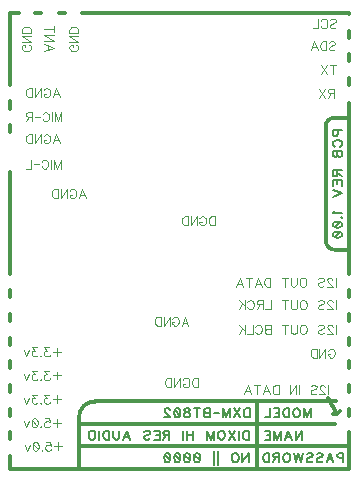
<source format=gbr>
G04 DipTrace 2.4.0.2*
%IN2_Layer_Bottom_Silk.gbr*%
%MOIN*%
%ADD14C,0.013*%
%ADD15C,0.0118*%
%ADD69C,0.0046*%
%ADD70C,0.0066*%
%FSLAX44Y44*%
G04*
G70*
G90*
G75*
G01*
%LNBotSilk*%
%LPD*%
X4213Y17008D2*
D15*
Y19409D1*
X4488D1*
X5039D2*
X5236D1*
X5827D2*
X6024D1*
X6614D2*
D14*
X15512D1*
D15*
Y19370D1*
Y18819D2*
Y18583D1*
Y18031D2*
Y17795D1*
Y17244D2*
Y17008D1*
Y16417D2*
Y10709D1*
Y10157D2*
Y9921D1*
Y9370D2*
Y9134D1*
Y8583D2*
Y8346D1*
Y7795D2*
Y7559D1*
Y7008D2*
Y6772D1*
Y6220D2*
Y5984D1*
Y5433D2*
Y4213D1*
X4213D1*
Y4646D1*
Y5197D2*
Y5433D1*
Y5984D2*
Y6220D1*
Y6772D2*
Y7008D1*
Y7559D2*
Y7795D1*
Y8346D2*
Y8583D1*
Y9134D2*
Y9370D1*
Y9921D2*
Y10157D1*
Y10709D2*
Y14094D1*
Y15433D2*
Y15669D1*
Y16220D2*
Y16457D1*
X15039Y5709D2*
X6496D1*
X15512Y4961D2*
X6535D1*
X7087Y6457D2*
G03X6496Y5906I-54J-534D01*
G01*
Y4213D1*
X15079Y6457D2*
X7047D1*
X12441D2*
Y4213D1*
X14803Y6575D2*
X15118Y6024D1*
X15197Y6142D1*
X15118Y6024D2*
X14961D1*
X14724Y15630D2*
Y11811D1*
Y15630D2*
G02X15039Y15906I274J5D01*
G01*
X15512D1*
X14724Y11811D2*
G03X15079Y11496I335J20D01*
G01*
X15039D2*
X15079D1*
X15512D1*
X5796Y5088D2*
D69*
Y4830D1*
X5925Y4959D2*
X5667D1*
X5402Y5109D2*
X5545D1*
X5560Y4980D1*
X5545Y4995D1*
X5502Y5009D1*
X5460D1*
X5416Y4995D1*
X5388Y4966D1*
X5373Y4923D1*
Y4895D1*
X5388Y4851D1*
X5416Y4823D1*
X5460Y4808D1*
X5502D1*
X5545Y4823D1*
X5560Y4837D1*
X5574Y4866D1*
X5266Y4837D2*
X5281Y4823D1*
X5266Y4808D1*
X5252Y4823D1*
X5266Y4837D1*
X5073Y5109D2*
X5116Y5095D1*
X5145Y5052D1*
X5159Y4980D1*
Y4937D1*
X5145Y4866D1*
X5116Y4823D1*
X5073Y4808D1*
X5044D1*
X5001Y4823D1*
X4973Y4866D1*
X4958Y4937D1*
Y4980D1*
X4973Y5052D1*
X5001Y5095D1*
X5044Y5109D1*
X5073D1*
X4973Y5052D2*
X5145Y4866D1*
X4866Y5009D2*
X4779Y4808D1*
X4694Y5009D1*
X5757Y5875D2*
Y5617D1*
X5886Y5746D2*
X5628D1*
X5363Y5897D2*
X5506D1*
X5520Y5768D1*
X5506Y5782D1*
X5463Y5797D1*
X5420D1*
X5377Y5782D1*
X5348Y5754D1*
X5334Y5710D1*
Y5682D1*
X5348Y5639D1*
X5377Y5610D1*
X5420Y5596D1*
X5463D1*
X5506Y5610D1*
X5520Y5625D1*
X5535Y5653D1*
X5227Y5625D2*
X5241Y5610D1*
X5227Y5596D1*
X5212Y5610D1*
X5227Y5625D1*
X5034Y5897D2*
X5077Y5883D1*
X5106Y5839D1*
X5120Y5768D1*
Y5725D1*
X5106Y5653D1*
X5077Y5610D1*
X5034Y5596D1*
X5005D1*
X4962Y5610D1*
X4933Y5653D1*
X4919Y5725D1*
Y5768D1*
X4933Y5839D1*
X4962Y5883D1*
X5005Y5897D1*
X5034D1*
X4933Y5839D2*
X5106Y5653D1*
X4826Y5797D2*
X4740Y5596D1*
X4654Y5797D1*
X5757Y6663D2*
Y6405D1*
X5886Y6534D2*
X5628D1*
X5506Y6684D2*
X5349D1*
X5434Y6570D1*
X5391D1*
X5363Y6555D1*
X5349Y6541D1*
X5334Y6498D1*
Y6469D1*
X5349Y6426D1*
X5377Y6397D1*
X5420Y6383D1*
X5463D1*
X5506Y6397D1*
X5520Y6412D1*
X5535Y6441D1*
X5227Y6412D2*
X5241Y6397D1*
X5227Y6383D1*
X5212Y6397D1*
X5227Y6412D1*
X5091Y6684D2*
X4933D1*
X5019Y6570D1*
X4976D1*
X4948Y6555D1*
X4933Y6541D1*
X4919Y6498D1*
Y6469D1*
X4933Y6426D1*
X4962Y6397D1*
X5005Y6383D1*
X5048D1*
X5091Y6397D1*
X5105Y6412D1*
X5120Y6441D1*
X4826Y6584D2*
X4740Y6383D1*
X4654Y6584D1*
X5757Y7450D2*
Y7192D1*
X5886Y7321D2*
X5628D1*
X5506Y7472D2*
X5349D1*
X5434Y7357D1*
X5391D1*
X5363Y7343D1*
X5349Y7328D1*
X5334Y7285D1*
Y7257D1*
X5349Y7214D1*
X5377Y7185D1*
X5420Y7171D1*
X5463D1*
X5506Y7185D1*
X5520Y7199D1*
X5535Y7228D1*
X5227Y7199D2*
X5241Y7185D1*
X5227Y7171D1*
X5212Y7185D1*
X5227Y7199D1*
X5091Y7472D2*
X4933D1*
X5019Y7357D1*
X4976D1*
X4948Y7343D1*
X4933Y7328D1*
X4919Y7285D1*
Y7257D1*
X4933Y7214D1*
X4962Y7185D1*
X5005Y7171D1*
X5048D1*
X5091Y7185D1*
X5105Y7199D1*
X5120Y7228D1*
X4826Y7371D2*
X4740Y7171D1*
X4654Y7371D1*
X5757Y8238D2*
Y7979D1*
X5886Y8108D2*
X5628D1*
X5506Y8259D2*
X5349D1*
X5434Y8144D1*
X5391D1*
X5363Y8130D1*
X5349Y8116D1*
X5334Y8073D1*
Y8044D1*
X5349Y8001D1*
X5377Y7972D1*
X5420Y7958D1*
X5463D1*
X5506Y7972D1*
X5520Y7987D1*
X5535Y8015D1*
X5227Y7987D2*
X5241Y7972D1*
X5227Y7958D1*
X5212Y7972D1*
X5227Y7987D1*
X5091Y8259D2*
X4933D1*
X5019Y8144D1*
X4976D1*
X4948Y8130D1*
X4933Y8116D1*
X4919Y8073D1*
Y8044D1*
X4933Y8001D1*
X4962Y7972D1*
X5005Y7958D1*
X5048D1*
X5091Y7972D1*
X5105Y7987D1*
X5120Y8015D1*
X4826Y8159D2*
X4740Y7958D1*
X4654Y8159D1*
X4833Y18350D2*
X4862Y18335D1*
X4890Y18306D1*
X4905Y18278D1*
Y18221D1*
X4890Y18192D1*
X4862Y18163D1*
X4833Y18149D1*
X4790Y18134D1*
X4718D1*
X4675Y18149D1*
X4646Y18163D1*
X4618Y18192D1*
X4603Y18221D1*
Y18278D1*
X4618Y18306D1*
X4646Y18335D1*
X4675Y18350D1*
X4718D1*
Y18278D1*
X4905Y18643D2*
X4603D1*
X4905Y18442D1*
X4603D1*
X4905Y18736D2*
X4603D1*
Y18836D1*
X4618Y18879D1*
X4646Y18908D1*
X4675Y18923D1*
X4718Y18937D1*
X4790D1*
X4833Y18923D1*
X4862Y18908D1*
X4890Y18879D1*
X4905Y18836D1*
Y18736D1*
X6408Y18350D2*
X6436Y18335D1*
X6465Y18306D1*
X6479Y18278D1*
Y18221D1*
X6465Y18192D1*
X6436Y18163D1*
X6408Y18149D1*
X6365Y18134D1*
X6293D1*
X6250Y18149D1*
X6221Y18163D1*
X6193Y18192D1*
X6178Y18221D1*
Y18278D1*
X6193Y18306D1*
X6221Y18335D1*
X6250Y18350D1*
X6293D1*
Y18278D1*
X6479Y18643D2*
X6178D1*
X6479Y18442D1*
X6178D1*
X6479Y18736D2*
X6178D1*
Y18836D1*
X6193Y18879D1*
X6221Y18908D1*
X6250Y18923D1*
X6293Y18937D1*
X6365D1*
X6408Y18923D1*
X6436Y18908D1*
X6465Y18879D1*
X6479Y18836D1*
Y18736D1*
X5351Y18369D2*
X5653Y18254D1*
X5351Y18139D1*
X5452Y18182D2*
Y18326D1*
X5653Y18663D2*
X5351D1*
X5653Y18462D1*
X5351D1*
X5653Y18856D2*
X5351D1*
X5653Y18755D2*
Y18956D1*
X5628Y16596D2*
X5743Y16898D1*
X5858Y16596D1*
X5814Y16697D2*
X5671D1*
X5320Y16826D2*
X5334Y16855D1*
X5363Y16884D1*
X5392Y16898D1*
X5449D1*
X5478Y16884D1*
X5506Y16855D1*
X5521Y16826D1*
X5535Y16783D1*
Y16711D1*
X5521Y16668D1*
X5506Y16640D1*
X5478Y16611D1*
X5449Y16596D1*
X5392D1*
X5363Y16611D1*
X5334Y16640D1*
X5320Y16668D1*
Y16711D1*
X5392D1*
X5026Y16898D2*
Y16596D1*
X5227Y16898D1*
Y16596D1*
X4934Y16898D2*
Y16596D1*
X4833D1*
X4790Y16611D1*
X4761Y16640D1*
X4747Y16668D1*
X4733Y16711D1*
Y16783D1*
X4747Y16826D1*
X4761Y16855D1*
X4790Y16884D1*
X4833Y16898D1*
X4934D1*
X5628Y15061D2*
X5743Y15362D1*
X5858Y15061D1*
X5814Y15162D2*
X5671D1*
X5320Y15291D2*
X5334Y15319D1*
X5363Y15348D1*
X5392Y15362D1*
X5449D1*
X5478Y15348D1*
X5506Y15319D1*
X5521Y15291D1*
X5535Y15248D1*
Y15176D1*
X5521Y15133D1*
X5506Y15104D1*
X5478Y15076D1*
X5449Y15061D1*
X5392D1*
X5363Y15076D1*
X5334Y15104D1*
X5320Y15133D1*
Y15176D1*
X5392D1*
X5026Y15362D2*
Y15061D1*
X5227Y15362D1*
Y15061D1*
X4934Y15362D2*
Y15061D1*
X4833D1*
X4790Y15076D1*
X4761Y15104D1*
X4747Y15133D1*
X4733Y15176D1*
Y15248D1*
X4747Y15291D1*
X4761Y15319D1*
X4790Y15348D1*
X4833Y15362D1*
X4934D1*
X5686Y15793D2*
Y16094D1*
X5801Y15793D1*
X5916Y16094D1*
Y15793D1*
X5594Y16094D2*
Y15793D1*
X5286Y16022D2*
X5300Y16051D1*
X5329Y16080D1*
X5357Y16094D1*
X5415D1*
X5444Y16080D1*
X5472Y16051D1*
X5487Y16022D1*
X5501Y15979D1*
Y15907D1*
X5487Y15865D1*
X5472Y15836D1*
X5444Y15807D1*
X5415Y15793D1*
X5357D1*
X5329Y15807D1*
X5300Y15836D1*
X5286Y15865D1*
X5193Y15943D2*
X5027D1*
X4935Y15950D2*
X4806D1*
X4763Y15965D1*
X4748Y15979D1*
X4734Y16008D1*
Y16037D1*
X4748Y16065D1*
X4763Y16080D1*
X4806Y16094D1*
X4935D1*
Y15793D1*
X4834Y15950D2*
X4734Y15793D1*
X5657Y14218D2*
Y14519D1*
X5772Y14218D1*
X5887Y14519D1*
Y14218D1*
X5565Y14519D2*
Y14218D1*
X5257Y14448D2*
X5271Y14476D1*
X5300Y14505D1*
X5329Y14519D1*
X5386D1*
X5415Y14505D1*
X5443Y14476D1*
X5458Y14448D1*
X5472Y14404D1*
Y14333D1*
X5458Y14290D1*
X5443Y14261D1*
X5415Y14232D1*
X5386Y14218D1*
X5329D1*
X5300Y14232D1*
X5271Y14261D1*
X5257Y14290D1*
X5164Y14368D2*
X4998D1*
X4906Y14519D2*
Y14218D1*
X4734D1*
X14970Y17669D2*
Y17367D1*
X15071Y17669D2*
X14870D1*
X14777D2*
X14576Y17367D1*
Y17669D2*
X14777Y17367D1*
X14992Y16738D2*
X14863D1*
X14820Y16752D1*
X14805Y16767D1*
X14791Y16795D1*
Y16824D1*
X14805Y16853D1*
X14820Y16867D1*
X14863Y16881D1*
X14992D1*
Y16580D1*
X14892Y16738D2*
X14791Y16580D1*
X14698Y16881D2*
X14498Y16580D1*
Y16881D2*
X14698Y16580D1*
X14873Y19161D2*
X14902Y19190D1*
X14945Y19204D1*
X15002D1*
X15045Y19190D1*
X15074Y19161D1*
Y19133D1*
X15060Y19104D1*
X15045Y19090D1*
X15017Y19075D1*
X14931Y19046D1*
X14902Y19032D1*
X14888Y19018D1*
X14873Y18989D1*
Y18946D1*
X14902Y18917D1*
X14945Y18903D1*
X15002D1*
X15045Y18917D1*
X15074Y18946D1*
X14565Y19133D2*
X14580Y19161D1*
X14609Y19190D1*
X14637Y19204D1*
X14694D1*
X14723Y19190D1*
X14752Y19161D1*
X14766Y19133D1*
X14781Y19090D1*
Y19018D1*
X14766Y18975D1*
X14752Y18946D1*
X14723Y18917D1*
X14694Y18903D1*
X14637D1*
X14609Y18917D1*
X14580Y18946D1*
X14565Y18975D1*
X14473Y19204D2*
Y18903D1*
X14301D1*
X14838Y18413D2*
X14866Y18442D1*
X14910Y18456D1*
X14967D1*
X15010Y18442D1*
X15039Y18413D1*
Y18385D1*
X15024Y18356D1*
X15010Y18341D1*
X14982Y18327D1*
X14895Y18298D1*
X14866Y18284D1*
X14852Y18270D1*
X14838Y18241D1*
Y18198D1*
X14866Y18169D1*
X14910Y18155D1*
X14967D1*
X15010Y18169D1*
X15039Y18198D1*
X14745Y18456D2*
Y18155D1*
X14645D1*
X14602Y18169D1*
X14573Y18198D1*
X14559Y18227D1*
X14544Y18270D1*
Y18341D1*
X14559Y18385D1*
X14573Y18413D1*
X14602Y18442D1*
X14645Y18456D1*
X14745D1*
X14222Y18155D2*
X14337Y18456D1*
X14452Y18155D1*
X14409Y18255D2*
X14265D1*
X15053Y10582D2*
Y10281D1*
X14946Y10510D2*
Y10525D1*
X14932Y10553D1*
X14918Y10568D1*
X14889Y10582D1*
X14831D1*
X14803Y10568D1*
X14789Y10553D1*
X14774Y10525D1*
Y10496D1*
X14789Y10467D1*
X14817Y10424D1*
X14961Y10281D1*
X14760D1*
X14466Y10539D2*
X14495Y10568D1*
X14538Y10582D1*
X14595D1*
X14638Y10568D1*
X14667Y10539D1*
Y10511D1*
X14653Y10482D1*
X14638Y10467D1*
X14610Y10453D1*
X14524Y10424D1*
X14495Y10410D1*
X14480Y10396D1*
X14466Y10367D1*
Y10324D1*
X14495Y10295D1*
X14538Y10281D1*
X14595D1*
X14638Y10295D1*
X14667Y10324D1*
X13996Y10582D2*
X14025Y10568D1*
X14053Y10539D1*
X14068Y10511D1*
X14082Y10467D1*
Y10396D1*
X14068Y10353D1*
X14053Y10324D1*
X14025Y10295D1*
X13996Y10281D1*
X13938D1*
X13910Y10295D1*
X13881Y10324D1*
X13867Y10353D1*
X13852Y10396D1*
Y10467D1*
X13867Y10511D1*
X13881Y10539D1*
X13910Y10568D1*
X13938Y10582D1*
X13996D1*
X13760D2*
Y10367D1*
X13746Y10324D1*
X13717Y10295D1*
X13674Y10281D1*
X13645D1*
X13602Y10295D1*
X13573Y10324D1*
X13559Y10367D1*
Y10582D1*
X13366D2*
Y10281D1*
X13466Y10582D2*
X13265D1*
X12881D2*
Y10281D1*
X12781D1*
X12737Y10295D1*
X12709Y10324D1*
X12694Y10353D1*
X12680Y10396D1*
Y10467D1*
X12694Y10511D1*
X12709Y10539D1*
X12737Y10568D1*
X12781Y10582D1*
X12881D1*
X12358Y10281D2*
X12473Y10582D1*
X12587Y10281D1*
X12544Y10381D2*
X12401D1*
X12165Y10582D2*
Y10281D1*
X12265Y10582D2*
X12064D1*
X11742Y10281D2*
X11857Y10582D1*
X11971Y10281D1*
X11928Y10381D2*
X11785D1*
X15060Y9834D2*
Y9533D1*
X14953Y9762D2*
Y9776D1*
X14938Y9805D1*
X14924Y9820D1*
X14895Y9834D1*
X14838D1*
X14809Y9820D1*
X14795Y9805D1*
X14781Y9776D1*
Y9748D1*
X14795Y9719D1*
X14824Y9676D1*
X14967Y9533D1*
X14766D1*
X14473Y9791D2*
X14501Y9820D1*
X14544Y9834D1*
X14602D1*
X14645Y9820D1*
X14674Y9791D1*
Y9763D1*
X14659Y9734D1*
X14645Y9719D1*
X14616Y9705D1*
X14530Y9676D1*
X14501Y9662D1*
X14487Y9647D1*
X14473Y9619D1*
Y9576D1*
X14501Y9547D1*
X14544Y9533D1*
X14602D1*
X14645Y9547D1*
X14674Y9576D1*
X14002Y9834D2*
X14031Y9820D1*
X14060Y9791D1*
X14074Y9763D1*
X14088Y9719D1*
Y9647D1*
X14074Y9605D1*
X14060Y9576D1*
X14031Y9547D1*
X14002Y9533D1*
X13945D1*
X13916Y9547D1*
X13887Y9576D1*
X13873Y9605D1*
X13859Y9647D1*
Y9719D1*
X13873Y9763D1*
X13887Y9791D1*
X13916Y9820D1*
X13945Y9834D1*
X14002D1*
X13766D2*
Y9619D1*
X13752Y9576D1*
X13723Y9547D1*
X13680Y9533D1*
X13652D1*
X13608Y9547D1*
X13580Y9576D1*
X13565Y9619D1*
Y9834D1*
X13372D2*
Y9533D1*
X13473Y9834D2*
X13272D1*
X12888D2*
Y9533D1*
X12715D1*
X12623Y9691D2*
X12494D1*
X12451Y9705D1*
X12436Y9719D1*
X12422Y9748D1*
Y9777D1*
X12436Y9805D1*
X12451Y9820D1*
X12494Y9834D1*
X12623D1*
Y9533D1*
X12522Y9691D2*
X12422Y9533D1*
X12114Y9763D2*
X12128Y9791D1*
X12157Y9820D1*
X12186Y9834D1*
X12243D1*
X12272Y9820D1*
X12300Y9791D1*
X12315Y9763D1*
X12329Y9719D1*
Y9647D1*
X12315Y9605D1*
X12300Y9576D1*
X12272Y9547D1*
X12243Y9533D1*
X12186D1*
X12157Y9547D1*
X12128Y9576D1*
X12114Y9605D1*
X12021Y9834D2*
Y9533D1*
X11820Y9834D2*
X12021Y9633D1*
X11950Y9705D2*
X11820Y9533D1*
X15060Y9007D2*
Y8706D1*
X14953Y8935D2*
Y8950D1*
X14938Y8979D1*
X14924Y8993D1*
X14895Y9007D1*
X14838D1*
X14809Y8993D1*
X14795Y8979D1*
X14781Y8950D1*
Y8921D1*
X14795Y8892D1*
X14824Y8850D1*
X14967Y8706D1*
X14766D1*
X14473Y8964D2*
X14501Y8993D1*
X14544Y9007D1*
X14602D1*
X14645Y8993D1*
X14674Y8964D1*
Y8936D1*
X14659Y8907D1*
X14645Y8893D1*
X14616Y8878D1*
X14530Y8850D1*
X14501Y8835D1*
X14487Y8821D1*
X14473Y8792D1*
Y8749D1*
X14501Y8721D1*
X14544Y8706D1*
X14602D1*
X14645Y8721D1*
X14674Y8749D1*
X14002Y9007D2*
X14031Y8993D1*
X14060Y8964D1*
X14074Y8936D1*
X14088Y8893D1*
Y8821D1*
X14074Y8778D1*
X14060Y8749D1*
X14031Y8721D1*
X14002Y8706D1*
X13945D1*
X13916Y8721D1*
X13887Y8749D1*
X13873Y8778D1*
X13859Y8821D1*
Y8893D1*
X13873Y8936D1*
X13887Y8964D1*
X13916Y8993D1*
X13945Y9007D1*
X14002D1*
X13766D2*
Y8792D1*
X13752Y8749D1*
X13723Y8721D1*
X13680Y8706D1*
X13652D1*
X13608Y8721D1*
X13580Y8749D1*
X13565Y8792D1*
Y9007D1*
X13372D2*
Y8706D1*
X13473Y9007D2*
X13272D1*
X12888D2*
Y8706D1*
X12758D1*
X12715Y8721D1*
X12701Y8735D1*
X12687Y8763D1*
Y8806D1*
X12701Y8835D1*
X12715Y8850D1*
X12758Y8864D1*
X12715Y8878D1*
X12701Y8893D1*
X12687Y8921D1*
Y8950D1*
X12701Y8979D1*
X12715Y8993D1*
X12758Y9007D1*
X12888D1*
Y8864D2*
X12758D1*
X12379Y8936D2*
X12393Y8964D1*
X12422Y8993D1*
X12450Y9007D1*
X12508D1*
X12537Y8993D1*
X12565Y8964D1*
X12580Y8936D1*
X12594Y8893D1*
Y8821D1*
X12580Y8778D1*
X12565Y8749D1*
X12537Y8721D1*
X12508Y8706D1*
X12450D1*
X12422Y8721D1*
X12393Y8749D1*
X12379Y8778D1*
X12286Y9007D2*
Y8706D1*
X12114D1*
X12021Y9007D2*
Y8706D1*
X11820Y9007D2*
X12021Y8806D1*
X11950Y8878D2*
X11820Y8706D1*
X14809Y8148D2*
X14823Y8177D1*
X14852Y8206D1*
X14881Y8220D1*
X14938D1*
X14967Y8206D1*
X14995Y8177D1*
X15010Y8148D1*
X15024Y8105D1*
Y8033D1*
X15010Y7991D1*
X14995Y7962D1*
X14967Y7933D1*
X14938Y7919D1*
X14881D1*
X14852Y7933D1*
X14823Y7962D1*
X14809Y7991D1*
Y8033D1*
X14881D1*
X14516Y8220D2*
Y7919D1*
X14716Y8220D1*
Y7919D1*
X14423Y8220D2*
Y7919D1*
X14322D1*
X14279Y7933D1*
X14250Y7962D1*
X14236Y7991D1*
X14222Y8033D1*
Y8105D1*
X14236Y8148D1*
X14250Y8177D1*
X14279Y8206D1*
X14322Y8220D1*
X14423D1*
X14806Y7000D2*
Y6698D1*
X14699Y6928D2*
Y6942D1*
X14684Y6971D1*
X14670Y6985D1*
X14641Y6999D1*
X14584D1*
X14555Y6985D1*
X14541Y6971D1*
X14527Y6942D1*
Y6913D1*
X14541Y6884D1*
X14570Y6842D1*
X14713Y6698D1*
X14512D1*
X14219Y6956D2*
X14247Y6985D1*
X14290Y7000D1*
X14348D1*
X14391Y6985D1*
X14420Y6956D1*
Y6928D1*
X14405Y6899D1*
X14391Y6885D1*
X14362Y6871D1*
X14276Y6842D1*
X14247Y6827D1*
X14233Y6813D1*
X14219Y6784D1*
Y6741D1*
X14247Y6713D1*
X14290Y6698D1*
X14348D1*
X14391Y6713D1*
X14420Y6741D1*
X13834Y7000D2*
Y6698D1*
X13541Y7000D2*
Y6698D1*
X13742Y7000D1*
Y6698D1*
X13157Y7000D2*
Y6698D1*
X13056D1*
X13013Y6713D1*
X12984Y6741D1*
X12970Y6770D1*
X12956Y6813D1*
Y6885D1*
X12970Y6928D1*
X12984Y6956D1*
X13013Y6985D1*
X13056Y7000D1*
X13157D1*
X12633Y6698D2*
X12748Y7000D1*
X12863Y6698D1*
X12820Y6799D2*
X12676D1*
X12440Y7000D2*
Y6698D1*
X12541Y7000D2*
X12340D1*
X12017Y6698D2*
X12132Y7000D1*
X12247Y6698D1*
X12204Y6799D2*
X12060D1*
X12159Y5482D2*
D70*
Y5180D1*
X12058D1*
X12015Y5195D1*
X11986Y5223D1*
X11972Y5252D1*
X11958Y5295D1*
Y5367D1*
X11972Y5410D1*
X11986Y5438D1*
X12015Y5467D1*
X12058Y5482D1*
X12159D1*
X11826D2*
Y5180D1*
X11695Y5482D2*
X11494Y5180D1*
Y5482D2*
X11695Y5180D1*
X11277Y5482D2*
X11306Y5467D1*
X11334Y5438D1*
X11349Y5410D1*
X11363Y5367D1*
Y5295D1*
X11349Y5252D1*
X11334Y5223D1*
X11306Y5195D1*
X11277Y5180D1*
X11219D1*
X11191Y5195D1*
X11162Y5223D1*
X11148Y5252D1*
X11134Y5295D1*
Y5367D1*
X11148Y5410D1*
X11162Y5438D1*
X11191Y5467D1*
X11219Y5482D1*
X11277D1*
X10773Y5180D2*
Y5482D1*
X10888Y5180D1*
X11002Y5482D1*
Y5180D1*
X10311Y5482D2*
Y5180D1*
X10110Y5482D2*
Y5180D1*
X10311Y5338D2*
X10110D1*
X9979Y5482D2*
Y5180D1*
X9518Y5338D2*
X9389D1*
X9346Y5353D1*
X9331Y5367D1*
X9317Y5395D1*
Y5424D1*
X9331Y5453D1*
X9346Y5467D1*
X9389Y5482D1*
X9518D1*
Y5180D1*
X9417Y5338D2*
X9317Y5180D1*
X8999Y5482D2*
X9186D1*
Y5180D1*
X8999D1*
X9186Y5338D2*
X9071D1*
X8667Y5438D2*
X8695Y5467D1*
X8739Y5482D1*
X8796D1*
X8839Y5467D1*
X8868Y5438D1*
Y5410D1*
X8853Y5381D1*
X8839Y5367D1*
X8811Y5353D1*
X8724Y5324D1*
X8695Y5309D1*
X8681Y5295D1*
X8667Y5266D1*
Y5223D1*
X8695Y5195D1*
X8739Y5180D1*
X8796D1*
X8839Y5195D1*
X8868Y5223D1*
X7976Y5180D2*
X8091Y5482D1*
X8206Y5180D1*
X8162Y5281D2*
X8019D1*
X7844Y5482D2*
Y5266D1*
X7830Y5223D1*
X7801Y5195D1*
X7758Y5180D1*
X7730D1*
X7687Y5195D1*
X7658Y5223D1*
X7644Y5266D1*
Y5482D1*
X7512D2*
Y5180D1*
X7412D1*
X7369Y5195D1*
X7340Y5223D1*
X7326Y5252D1*
X7311Y5295D1*
Y5367D1*
X7326Y5410D1*
X7340Y5438D1*
X7369Y5467D1*
X7412Y5482D1*
X7512D1*
X7180D2*
Y5180D1*
X6963Y5482D2*
X6991Y5467D1*
X7020Y5438D1*
X7035Y5410D1*
X7049Y5367D1*
Y5295D1*
X7035Y5252D1*
X7020Y5223D1*
X6991Y5195D1*
X6963Y5180D1*
X6905D1*
X6877Y5195D1*
X6848Y5223D1*
X6834Y5252D1*
X6819Y5295D1*
Y5367D1*
X6834Y5410D1*
X6848Y5438D1*
X6877Y5467D1*
X6905Y5482D1*
X6963D1*
X11951Y4734D2*
Y4432D1*
X12152Y4734D1*
Y4432D1*
X11734Y4734D2*
X11763Y4719D1*
X11791Y4690D1*
X11806Y4662D1*
X11820Y4619D1*
Y4547D1*
X11806Y4504D1*
X11791Y4475D1*
X11763Y4447D1*
X11734Y4432D1*
X11677D1*
X11648Y4447D1*
X11619Y4475D1*
X11605Y4504D1*
X11591Y4547D1*
Y4619D1*
X11605Y4662D1*
X11619Y4690D1*
X11648Y4719D1*
X11677Y4734D1*
X11734D1*
X11129Y4812D2*
Y4353D1*
X10998Y4812D2*
Y4353D1*
X10450Y4733D2*
X10493Y4719D1*
X10522Y4676D1*
X10537Y4604D1*
Y4561D1*
X10522Y4489D1*
X10493Y4446D1*
X10450Y4432D1*
X10422D1*
X10379Y4446D1*
X10350Y4489D1*
X10336Y4561D1*
Y4604D1*
X10350Y4676D1*
X10379Y4719D1*
X10422Y4733D1*
X10450D1*
X10350Y4676D2*
X10522Y4489D1*
X10118Y4733D2*
X10161Y4719D1*
X10190Y4676D1*
X10204Y4604D1*
Y4561D1*
X10190Y4489D1*
X10161Y4446D1*
X10118Y4432D1*
X10090D1*
X10047Y4446D1*
X10018Y4489D1*
X10003Y4561D1*
Y4604D1*
X10018Y4676D1*
X10047Y4719D1*
X10090Y4733D1*
X10118D1*
X10018Y4676D2*
X10190Y4489D1*
X9786Y4733D2*
X9829Y4719D1*
X9858Y4676D1*
X9872Y4604D1*
Y4561D1*
X9858Y4489D1*
X9829Y4446D1*
X9786Y4432D1*
X9757D1*
X9714Y4446D1*
X9686Y4489D1*
X9671Y4561D1*
Y4604D1*
X9686Y4676D1*
X9714Y4719D1*
X9757Y4733D1*
X9786D1*
X9686Y4676D2*
X9858Y4489D1*
X9454Y4733D2*
X9497Y4719D1*
X9526Y4676D1*
X9540Y4604D1*
Y4561D1*
X9526Y4489D1*
X9497Y4446D1*
X9454Y4432D1*
X9425D1*
X9382Y4446D1*
X9354Y4489D1*
X9339Y4561D1*
Y4604D1*
X9354Y4676D1*
X9382Y4719D1*
X9425Y4733D1*
X9454D1*
X9354Y4676D2*
X9526Y4489D1*
X13725Y5482D2*
Y5180D1*
X13926Y5482D1*
Y5180D1*
X13364D2*
X13479Y5482D1*
X13594Y5180D1*
X13551Y5281D2*
X13407D1*
X13003Y5180D2*
Y5482D1*
X13118Y5180D1*
X13233Y5482D1*
Y5180D1*
X12686Y5482D2*
X12872D1*
Y5180D1*
X12686D1*
X12872Y5338D2*
X12757D1*
X15316Y4576D2*
X15187D1*
X15144Y4590D1*
X15129Y4605D1*
X15115Y4633D1*
Y4676D1*
X15129Y4705D1*
X15144Y4719D1*
X15187Y4734D1*
X15316D1*
Y4432D1*
X14754D2*
X14869Y4734D1*
X14984Y4432D1*
X14941Y4533D2*
X14797D1*
X14422Y4690D2*
X14450Y4719D1*
X14493Y4734D1*
X14551D1*
X14594Y4719D1*
X14623Y4690D1*
Y4662D1*
X14608Y4633D1*
X14594Y4619D1*
X14565Y4605D1*
X14479Y4576D1*
X14450Y4561D1*
X14436Y4547D1*
X14422Y4518D1*
Y4475D1*
X14450Y4447D1*
X14493Y4432D1*
X14551D1*
X14594Y4447D1*
X14623Y4475D1*
X14090Y4690D2*
X14118Y4719D1*
X14161Y4734D1*
X14219D1*
X14262Y4719D1*
X14291Y4690D1*
Y4662D1*
X14276Y4633D1*
X14262Y4619D1*
X14233Y4605D1*
X14147Y4576D1*
X14118Y4561D1*
X14104Y4547D1*
X14090Y4518D1*
Y4475D1*
X14118Y4447D1*
X14161Y4432D1*
X14219D1*
X14262Y4447D1*
X14291Y4475D1*
X13958Y4734D2*
X13886Y4432D1*
X13815Y4734D1*
X13743Y4432D1*
X13671Y4734D1*
X13454D2*
X13483Y4719D1*
X13511Y4690D1*
X13526Y4662D1*
X13540Y4619D1*
Y4547D1*
X13526Y4504D1*
X13511Y4475D1*
X13483Y4447D1*
X13454Y4432D1*
X13396D1*
X13368Y4447D1*
X13339Y4475D1*
X13325Y4504D1*
X13311Y4547D1*
Y4619D1*
X13325Y4662D1*
X13339Y4690D1*
X13368Y4719D1*
X13396Y4734D1*
X13454D1*
X13179Y4590D2*
X13050D1*
X13007Y4605D1*
X12993Y4619D1*
X12978Y4647D1*
Y4676D1*
X12993Y4705D1*
X13007Y4719D1*
X13050Y4734D1*
X13179D1*
Y4432D1*
X13079Y4590D2*
X12978Y4432D1*
X12847Y4734D2*
Y4432D1*
X12747D1*
X12704Y4447D1*
X12675Y4475D1*
X12660Y4504D1*
X12646Y4547D1*
Y4619D1*
X12660Y4662D1*
X12675Y4690D1*
X12704Y4719D1*
X12747Y4734D1*
X12847D1*
X13999Y5928D2*
Y6230D1*
X14114Y5928D1*
X14229Y6230D1*
Y5928D1*
X13782Y6230D2*
X13811Y6215D1*
X13839Y6186D1*
X13854Y6158D1*
X13868Y6115D1*
Y6043D1*
X13854Y6000D1*
X13839Y5971D1*
X13811Y5943D1*
X13782Y5928D1*
X13725D1*
X13696Y5943D1*
X13667Y5971D1*
X13653Y6000D1*
X13639Y6043D1*
Y6115D1*
X13653Y6158D1*
X13667Y6186D1*
X13696Y6215D1*
X13725Y6230D1*
X13782D1*
X13507D2*
Y5928D1*
X13407D1*
X13364Y5943D1*
X13335Y5971D1*
X13321Y6000D1*
X13306Y6043D1*
Y6115D1*
X13321Y6158D1*
X13335Y6186D1*
X13364Y6215D1*
X13407Y6230D1*
X13507D1*
X12989D2*
X13175D1*
Y5928D1*
X12989D1*
X13175Y6086D2*
X13060D1*
X12858Y6230D2*
Y5928D1*
X12686D1*
X12191Y6230D2*
Y5928D1*
X12090D1*
X12047Y5943D1*
X12018Y5971D1*
X12004Y6000D1*
X11990Y6043D1*
Y6115D1*
X12004Y6158D1*
X12018Y6186D1*
X12047Y6215D1*
X12090Y6230D1*
X12191D1*
X11858D2*
X11657Y5928D1*
Y6230D2*
X11858Y5928D1*
X11297D2*
Y6230D1*
X11411Y5928D1*
X11526Y6230D1*
Y5928D1*
X11166Y6079D2*
X11000D1*
X10868Y6230D2*
Y5928D1*
X10739D1*
X10696Y5943D1*
X10682Y5957D1*
X10668Y5986D1*
Y6029D1*
X10682Y6057D1*
X10696Y6072D1*
X10739Y6086D1*
X10696Y6101D1*
X10682Y6115D1*
X10668Y6143D1*
Y6172D1*
X10682Y6201D1*
X10696Y6215D1*
X10739Y6230D1*
X10868D1*
Y6086D2*
X10739D1*
X10436Y6230D2*
Y5928D1*
X10536Y6230D2*
X10335D1*
X10132Y6229D2*
X10175Y6215D1*
X10190Y6186D1*
Y6158D1*
X10175Y6129D1*
X10147Y6115D1*
X10089Y6100D1*
X10046Y6086D1*
X10018Y6057D1*
X10003Y6029D1*
Y5986D1*
X10018Y5957D1*
X10032Y5942D1*
X10075Y5928D1*
X10132D1*
X10175Y5942D1*
X10190Y5957D1*
X10204Y5986D1*
Y6029D1*
X10190Y6057D1*
X10161Y6086D1*
X10118Y6100D1*
X10061Y6115D1*
X10032Y6129D1*
X10018Y6158D1*
Y6186D1*
X10032Y6215D1*
X10075Y6229D1*
X10132D1*
X9786D2*
X9829Y6215D1*
X9858Y6172D1*
X9872Y6100D1*
Y6057D1*
X9858Y5986D1*
X9829Y5942D1*
X9786Y5928D1*
X9757D1*
X9714Y5942D1*
X9686Y5986D1*
X9671Y6057D1*
Y6100D1*
X9686Y6172D1*
X9714Y6215D1*
X9757Y6229D1*
X9786D1*
X9686Y6172D2*
X9858Y5986D1*
X9525Y6158D2*
Y6172D1*
X9511Y6201D1*
X9497Y6215D1*
X9468Y6229D1*
X9411D1*
X9382Y6215D1*
X9368Y6201D1*
X9353Y6172D1*
Y6143D1*
X9368Y6115D1*
X9396Y6072D1*
X9540Y5928D1*
X9339D1*
X15124Y15497D2*
Y15367D1*
X15110Y15325D1*
X15095Y15310D1*
X15067Y15296D1*
X15023D1*
X14995Y15310D1*
X14980Y15325D1*
X14966Y15367D1*
Y15497D1*
X15268D1*
X15038Y14949D2*
X15009Y14964D1*
X14980Y14992D1*
X14966Y15021D1*
Y15078D1*
X14980Y15107D1*
X15009Y15136D1*
X15038Y15150D1*
X15081Y15164D1*
X15153D1*
X15196Y15150D1*
X15224Y15136D1*
X15253Y15107D1*
X15268Y15078D1*
Y15021D1*
X15253Y14992D1*
X15224Y14964D1*
X15196Y14949D1*
X14966Y14818D2*
X15268D1*
Y14689D1*
X15253Y14646D1*
X15239Y14631D1*
X15210Y14617D1*
X15167D1*
X15138Y14631D1*
X15124Y14646D1*
X15110Y14689D1*
X15095Y14646D1*
X15081Y14631D1*
X15052Y14617D1*
X15023D1*
X14995Y14631D1*
X14980Y14646D1*
X14966Y14689D1*
Y14818D1*
X15110D2*
Y14689D1*
Y14156D2*
Y14027D1*
X15095Y13984D1*
X15081Y13969D1*
X15052Y13955D1*
X15023D1*
X14995Y13969D1*
X14980Y13984D1*
X14966Y14027D1*
Y14156D1*
X15268D1*
X15110Y14055D2*
X15268Y13955D1*
X14966Y13637D2*
Y13823D1*
X15268D1*
Y13637D1*
X15110Y13823D2*
Y13709D1*
X14966Y13506D2*
X15268Y13391D1*
X14966Y13276D1*
X15024Y12815D2*
X15009Y12786D1*
X14966Y12743D1*
X15268D1*
X15239Y12597D2*
X15253Y12612D1*
X15268Y12597D1*
X15253Y12583D1*
X15239Y12597D1*
X14966Y12365D2*
X14981Y12409D1*
X15024Y12437D1*
X15095Y12452D1*
X15139D1*
X15210Y12437D1*
X15253Y12409D1*
X15268Y12365D1*
Y12337D1*
X15253Y12294D1*
X15210Y12265D1*
X15139Y12251D1*
X15095D1*
X15024Y12265D1*
X14981Y12294D1*
X14966Y12337D1*
Y12365D1*
X15024Y12265D2*
X15210Y12437D1*
X14966Y12033D2*
X14981Y12076D1*
X15024Y12105D1*
X15095Y12119D1*
X15139D1*
X15210Y12105D1*
X15253Y12076D1*
X15268Y12033D1*
Y12005D1*
X15253Y11962D1*
X15210Y11933D1*
X15139Y11918D1*
X15095D1*
X15024Y11933D1*
X14981Y11962D1*
X14966Y12005D1*
Y12033D1*
X15024Y11933D2*
X15210Y12105D1*
X9920Y8982D2*
D69*
X10035Y9283D1*
X10150Y8982D1*
X10107Y9082D2*
X9963D1*
X9612Y9211D2*
X9627Y9240D1*
X9655Y9269D1*
X9684Y9283D1*
X9741D1*
X9770Y9269D1*
X9799Y9240D1*
X9813Y9211D1*
X9827Y9168D1*
Y9096D1*
X9813Y9054D1*
X9799Y9025D1*
X9770Y8996D1*
X9741Y8982D1*
X9684D1*
X9655Y8996D1*
X9627Y9025D1*
X9612Y9054D1*
Y9096D1*
X9684D1*
X9319Y9283D2*
Y8982D1*
X9520Y9283D1*
Y8982D1*
X9226Y9283D2*
Y8982D1*
X9126D1*
X9082Y8996D1*
X9054Y9025D1*
X9039Y9054D1*
X9025Y9096D1*
Y9168D1*
X9039Y9211D1*
X9054Y9240D1*
X9082Y9269D1*
X9126Y9283D1*
X9226D1*
X6495Y13234D2*
X6610Y13535D1*
X6725Y13234D1*
X6682Y13334D2*
X6538D1*
X6187Y13463D2*
X6201Y13492D1*
X6230Y13521D1*
X6259Y13535D1*
X6316D1*
X6345Y13521D1*
X6373Y13492D1*
X6388Y13463D1*
X6402Y13420D1*
Y13348D1*
X6388Y13305D1*
X6373Y13277D1*
X6345Y13248D1*
X6316Y13234D1*
X6259D1*
X6230Y13248D1*
X6201Y13277D1*
X6187Y13305D1*
Y13348D1*
X6259D1*
X5893Y13535D2*
Y13234D1*
X6094Y13535D1*
Y13234D1*
X5801Y13535D2*
Y13234D1*
X5700D1*
X5657Y13248D1*
X5628Y13277D1*
X5614Y13305D1*
X5600Y13348D1*
Y13420D1*
X5614Y13463D1*
X5628Y13492D1*
X5657Y13521D1*
X5700Y13535D1*
X5801D1*
X11027Y12629D2*
Y12328D1*
X10926D1*
X10883Y12343D1*
X10854Y12371D1*
X10840Y12400D1*
X10826Y12443D1*
Y12515D1*
X10840Y12558D1*
X10854Y12586D1*
X10883Y12615D1*
X10926Y12629D1*
X11027D1*
X10518Y12558D2*
X10532Y12586D1*
X10561Y12615D1*
X10589Y12629D1*
X10647D1*
X10676Y12615D1*
X10704Y12586D1*
X10719Y12558D1*
X10733Y12515D1*
Y12443D1*
X10719Y12400D1*
X10704Y12371D1*
X10676Y12343D1*
X10647Y12328D1*
X10589D1*
X10561Y12343D1*
X10532Y12371D1*
X10518Y12400D1*
Y12443D1*
X10589D1*
X10224Y12629D2*
Y12328D1*
X10425Y12629D1*
Y12328D1*
X10132Y12629D2*
Y12328D1*
X10031D1*
X9988Y12343D1*
X9959Y12371D1*
X9945Y12400D1*
X9931Y12443D1*
Y12515D1*
X9945Y12558D1*
X9959Y12586D1*
X9988Y12615D1*
X10031Y12629D1*
X10132D1*
X10475Y7236D2*
Y6934D1*
X10375D1*
X10332Y6949D1*
X10303Y6977D1*
X10289Y7006D1*
X10274Y7049D1*
Y7121D1*
X10289Y7164D1*
X10303Y7193D1*
X10332Y7221D1*
X10375Y7236D1*
X10475D1*
X9967Y7164D2*
X9981Y7193D1*
X10010Y7221D1*
X10038Y7236D1*
X10096D1*
X10124Y7221D1*
X10153Y7193D1*
X10168Y7164D1*
X10182Y7121D1*
Y7049D1*
X10168Y7006D1*
X10153Y6977D1*
X10124Y6949D1*
X10096Y6934D1*
X10038D1*
X10010Y6949D1*
X9981Y6977D1*
X9967Y7006D1*
Y7049D1*
X10038D1*
X9673Y7236D2*
Y6934D1*
X9874Y7236D1*
Y6934D1*
X9580Y7236D2*
Y6934D1*
X9480D1*
X9437Y6949D1*
X9408Y6977D1*
X9394Y7006D1*
X9379Y7049D1*
Y7121D1*
X9394Y7164D1*
X9408Y7193D1*
X9437Y7221D1*
X9480Y7236D1*
X9580D1*
M02*

</source>
